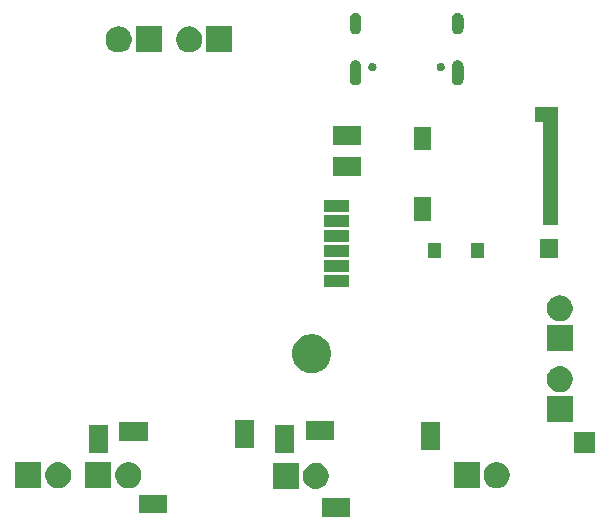
<source format=gbr>
G04 #@! TF.GenerationSoftware,KiCad,Pcbnew,(5.1.5)-2*
G04 #@! TF.CreationDate,2021-05-19T15:06:28+02:00*
G04 #@! TF.ProjectId,Versie2,56657273-6965-4322-9e6b-696361645f70,rev?*
G04 #@! TF.SameCoordinates,Original*
G04 #@! TF.FileFunction,Soldermask,Bot*
G04 #@! TF.FilePolarity,Negative*
%FSLAX46Y46*%
G04 Gerber Fmt 4.6, Leading zero omitted, Abs format (unit mm)*
G04 Created by KiCad (PCBNEW (5.1.5)-2) date 2021-05-19 15:06:28*
%MOMM*%
%LPD*%
G04 APERTURE LIST*
%ADD10C,0.100000*%
G04 APERTURE END LIST*
D10*
G36*
X94164200Y-94007900D02*
G01*
X91762200Y-94007900D01*
X91762200Y-92405900D01*
X94164200Y-92405900D01*
X94164200Y-94007900D01*
G37*
G36*
X78659800Y-93728500D02*
G01*
X76257800Y-93728500D01*
X76257800Y-92126500D01*
X78659800Y-92126500D01*
X78659800Y-93728500D01*
G37*
G36*
X89812000Y-91640900D02*
G01*
X87610000Y-91640900D01*
X87610000Y-89438900D01*
X89812000Y-89438900D01*
X89812000Y-91640900D01*
G37*
G36*
X91465794Y-89460055D02*
G01*
X91572150Y-89481211D01*
X91772520Y-89564207D01*
X91952844Y-89684695D01*
X92106205Y-89838056D01*
X92226693Y-90018380D01*
X92309689Y-90218751D01*
X92352000Y-90431460D01*
X92352000Y-90648340D01*
X92309689Y-90861049D01*
X92226693Y-91061420D01*
X92106205Y-91241744D01*
X91952844Y-91395105D01*
X91772520Y-91515593D01*
X91572150Y-91598589D01*
X91465794Y-91619745D01*
X91359440Y-91640900D01*
X91142560Y-91640900D01*
X91036206Y-91619745D01*
X90929850Y-91598589D01*
X90829666Y-91557091D01*
X90729480Y-91515593D01*
X90549156Y-91395105D01*
X90395795Y-91241744D01*
X90275307Y-91061420D01*
X90192311Y-90861049D01*
X90150000Y-90648340D01*
X90150000Y-90431460D01*
X90192311Y-90218751D01*
X90275307Y-90018380D01*
X90395795Y-89838056D01*
X90549156Y-89684695D01*
X90729480Y-89564207D01*
X90829666Y-89522709D01*
X90929850Y-89481211D01*
X91036205Y-89460056D01*
X91142560Y-89438900D01*
X91359440Y-89438900D01*
X91465794Y-89460055D01*
G37*
G36*
X75603494Y-89409255D02*
G01*
X75709850Y-89430411D01*
X75810034Y-89471909D01*
X75910220Y-89513407D01*
X76090544Y-89633895D01*
X76243905Y-89787256D01*
X76364393Y-89967580D01*
X76447389Y-90167951D01*
X76489700Y-90380660D01*
X76489700Y-90597540D01*
X76447389Y-90810249D01*
X76364393Y-91010620D01*
X76243905Y-91190944D01*
X76090544Y-91344305D01*
X75910220Y-91464793D01*
X75709850Y-91547789D01*
X75603494Y-91568945D01*
X75497140Y-91590100D01*
X75280260Y-91590100D01*
X75173906Y-91568945D01*
X75067550Y-91547789D01*
X74867180Y-91464793D01*
X74686856Y-91344305D01*
X74533495Y-91190944D01*
X74413007Y-91010620D01*
X74330011Y-90810249D01*
X74287700Y-90597540D01*
X74287700Y-90380660D01*
X74330011Y-90167951D01*
X74413007Y-89967580D01*
X74533495Y-89787256D01*
X74686856Y-89633895D01*
X74867180Y-89513407D01*
X74967366Y-89471909D01*
X75067550Y-89430411D01*
X75173906Y-89409255D01*
X75280260Y-89388100D01*
X75497140Y-89388100D01*
X75603494Y-89409255D01*
G37*
G36*
X73949700Y-91590100D02*
G01*
X71747700Y-91590100D01*
X71747700Y-89388100D01*
X73949700Y-89388100D01*
X73949700Y-91590100D01*
G37*
G36*
X69647194Y-89409255D02*
G01*
X69753550Y-89430411D01*
X69853734Y-89471909D01*
X69953920Y-89513407D01*
X70134244Y-89633895D01*
X70287605Y-89787256D01*
X70408093Y-89967580D01*
X70491089Y-90167951D01*
X70533400Y-90380660D01*
X70533400Y-90597540D01*
X70491089Y-90810249D01*
X70408093Y-91010620D01*
X70287605Y-91190944D01*
X70134244Y-91344305D01*
X69953920Y-91464793D01*
X69753550Y-91547789D01*
X69647194Y-91568945D01*
X69540840Y-91590100D01*
X69323960Y-91590100D01*
X69217606Y-91568945D01*
X69111250Y-91547789D01*
X68910880Y-91464793D01*
X68730556Y-91344305D01*
X68577195Y-91190944D01*
X68456707Y-91010620D01*
X68373711Y-90810249D01*
X68331400Y-90597540D01*
X68331400Y-90380660D01*
X68373711Y-90167951D01*
X68456707Y-89967580D01*
X68577195Y-89787256D01*
X68730556Y-89633895D01*
X68910880Y-89513407D01*
X69011066Y-89471909D01*
X69111250Y-89430411D01*
X69217606Y-89409255D01*
X69323960Y-89388100D01*
X69540840Y-89388100D01*
X69647194Y-89409255D01*
G37*
G36*
X67993400Y-91590100D02*
G01*
X65791400Y-91590100D01*
X65791400Y-89388100D01*
X67993400Y-89388100D01*
X67993400Y-91590100D01*
G37*
G36*
X105115500Y-91577400D02*
G01*
X102913500Y-91577400D01*
X102913500Y-89375400D01*
X105115500Y-89375400D01*
X105115500Y-91577400D01*
G37*
G36*
X106726786Y-89388100D02*
G01*
X106875650Y-89417711D01*
X106906310Y-89430411D01*
X107076020Y-89500707D01*
X107256344Y-89621195D01*
X107409705Y-89774556D01*
X107530193Y-89954880D01*
X107613189Y-90155251D01*
X107655500Y-90367960D01*
X107655500Y-90584840D01*
X107613189Y-90797549D01*
X107530193Y-90997920D01*
X107409705Y-91178244D01*
X107256344Y-91331605D01*
X107076020Y-91452093D01*
X107045359Y-91464793D01*
X106875650Y-91535089D01*
X106811803Y-91547789D01*
X106662940Y-91577400D01*
X106446060Y-91577400D01*
X106297197Y-91547789D01*
X106233350Y-91535089D01*
X106063641Y-91464793D01*
X106032980Y-91452093D01*
X105852656Y-91331605D01*
X105699295Y-91178244D01*
X105578807Y-90997920D01*
X105495811Y-90797549D01*
X105453500Y-90584840D01*
X105453500Y-90367960D01*
X105495811Y-90155251D01*
X105578807Y-89954880D01*
X105699295Y-89774556D01*
X105852656Y-89621195D01*
X106032980Y-89500707D01*
X106202690Y-89430411D01*
X106233350Y-89417711D01*
X106382214Y-89388100D01*
X106446060Y-89375400D01*
X106662940Y-89375400D01*
X106726786Y-89388100D01*
G37*
G36*
X114896200Y-88632600D02*
G01*
X113094200Y-88632600D01*
X113094200Y-86830600D01*
X114896200Y-86830600D01*
X114896200Y-88632600D01*
G37*
G36*
X89410400Y-88631700D02*
G01*
X87808400Y-88631700D01*
X87808400Y-86229700D01*
X89410400Y-86229700D01*
X89410400Y-88631700D01*
G37*
G36*
X73662400Y-88601700D02*
G01*
X72060400Y-88601700D01*
X72060400Y-86199700D01*
X73662400Y-86199700D01*
X73662400Y-88601700D01*
G37*
G36*
X101742100Y-88390400D02*
G01*
X100140100Y-88390400D01*
X100140100Y-85988400D01*
X101742100Y-85988400D01*
X101742100Y-88390400D01*
G37*
G36*
X86032200Y-88195300D02*
G01*
X84430200Y-88195300D01*
X84430200Y-85793300D01*
X86032200Y-85793300D01*
X86032200Y-88195300D01*
G37*
G36*
X77008800Y-87556300D02*
G01*
X74606800Y-87556300D01*
X74606800Y-85954300D01*
X77008800Y-85954300D01*
X77008800Y-87556300D01*
G37*
G36*
X92807600Y-87480100D02*
G01*
X90405600Y-87480100D01*
X90405600Y-85878100D01*
X92807600Y-85878100D01*
X92807600Y-87480100D01*
G37*
G36*
X113001000Y-86001000D02*
G01*
X110799000Y-86001000D01*
X110799000Y-83799000D01*
X113001000Y-83799000D01*
X113001000Y-86001000D01*
G37*
G36*
X112114795Y-81280156D02*
G01*
X112221150Y-81301311D01*
X112421520Y-81384307D01*
X112601844Y-81504795D01*
X112755205Y-81658156D01*
X112875693Y-81838480D01*
X112958689Y-82038851D01*
X113001000Y-82251560D01*
X113001000Y-82468440D01*
X112958689Y-82681149D01*
X112875693Y-82881520D01*
X112755205Y-83061844D01*
X112601844Y-83215205D01*
X112421520Y-83335693D01*
X112221150Y-83418689D01*
X112114795Y-83439844D01*
X112008440Y-83461000D01*
X111791560Y-83461000D01*
X111685205Y-83439844D01*
X111578850Y-83418689D01*
X111378480Y-83335693D01*
X111198156Y-83215205D01*
X111044795Y-83061844D01*
X110924307Y-82881520D01*
X110841311Y-82681149D01*
X110799000Y-82468440D01*
X110799000Y-82251560D01*
X110841311Y-82038851D01*
X110924307Y-81838480D01*
X111044795Y-81658156D01*
X111198156Y-81504795D01*
X111378480Y-81384307D01*
X111578850Y-81301311D01*
X111685205Y-81280156D01*
X111791560Y-81259000D01*
X112008440Y-81259000D01*
X112114795Y-81280156D01*
G37*
G36*
X91275256Y-78591298D02*
G01*
X91381579Y-78612447D01*
X91682042Y-78736903D01*
X91952451Y-78917585D01*
X92182415Y-79147549D01*
X92182416Y-79147551D01*
X92363098Y-79417960D01*
X92487553Y-79718422D01*
X92543762Y-80001000D01*
X92551000Y-80037391D01*
X92551000Y-80362609D01*
X92487553Y-80681579D01*
X92363097Y-80982042D01*
X92182415Y-81252451D01*
X91952451Y-81482415D01*
X91682042Y-81663097D01*
X91381579Y-81787553D01*
X91275256Y-81808702D01*
X91062611Y-81851000D01*
X90737389Y-81851000D01*
X90524744Y-81808702D01*
X90418421Y-81787553D01*
X90117958Y-81663097D01*
X89847549Y-81482415D01*
X89617585Y-81252451D01*
X89436903Y-80982042D01*
X89312447Y-80681579D01*
X89249000Y-80362609D01*
X89249000Y-80037391D01*
X89256239Y-80001000D01*
X89312447Y-79718422D01*
X89436902Y-79417960D01*
X89617584Y-79147551D01*
X89617585Y-79147549D01*
X89847549Y-78917585D01*
X90117958Y-78736903D01*
X90418421Y-78612447D01*
X90524744Y-78591298D01*
X90737389Y-78549000D01*
X91062611Y-78549000D01*
X91275256Y-78591298D01*
G37*
G36*
X113001000Y-80001000D02*
G01*
X110799000Y-80001000D01*
X110799000Y-77799000D01*
X113001000Y-77799000D01*
X113001000Y-80001000D01*
G37*
G36*
X112114795Y-75280156D02*
G01*
X112221150Y-75301311D01*
X112321334Y-75342809D01*
X112421520Y-75384307D01*
X112601844Y-75504795D01*
X112755205Y-75658156D01*
X112875693Y-75838480D01*
X112958689Y-76038851D01*
X113001000Y-76251560D01*
X113001000Y-76468440D01*
X112958689Y-76681149D01*
X112875693Y-76881520D01*
X112755205Y-77061844D01*
X112601844Y-77215205D01*
X112421520Y-77335693D01*
X112321334Y-77377191D01*
X112221150Y-77418689D01*
X112114794Y-77439845D01*
X112008440Y-77461000D01*
X111791560Y-77461000D01*
X111685206Y-77439845D01*
X111578850Y-77418689D01*
X111478666Y-77377191D01*
X111378480Y-77335693D01*
X111198156Y-77215205D01*
X111044795Y-77061844D01*
X110924307Y-76881520D01*
X110841311Y-76681149D01*
X110799000Y-76468440D01*
X110799000Y-76251560D01*
X110841311Y-76038851D01*
X110924307Y-75838480D01*
X111044795Y-75658156D01*
X111198156Y-75504795D01*
X111378480Y-75384307D01*
X111478666Y-75342809D01*
X111578850Y-75301311D01*
X111685205Y-75280156D01*
X111791560Y-75259000D01*
X112008440Y-75259000D01*
X112114795Y-75280156D01*
G37*
G36*
X94078500Y-74567400D02*
G01*
X91976500Y-74567400D01*
X91976500Y-73565400D01*
X94078500Y-73565400D01*
X94078500Y-74567400D01*
G37*
G36*
X94078500Y-73297400D02*
G01*
X91976500Y-73297400D01*
X91976500Y-72295400D01*
X94078500Y-72295400D01*
X94078500Y-73297400D01*
G37*
G36*
X105515000Y-72100800D02*
G01*
X104413000Y-72100800D01*
X104413000Y-70798800D01*
X105515000Y-70798800D01*
X105515000Y-72100800D01*
G37*
G36*
X101815000Y-72100800D02*
G01*
X100713000Y-72100800D01*
X100713000Y-70798800D01*
X101815000Y-70798800D01*
X101815000Y-72100800D01*
G37*
G36*
X111715000Y-72100800D02*
G01*
X110263000Y-72100800D01*
X110263000Y-70448800D01*
X111715000Y-70448800D01*
X111715000Y-72100800D01*
G37*
G36*
X94078500Y-72027400D02*
G01*
X91976500Y-72027400D01*
X91976500Y-71025400D01*
X94078500Y-71025400D01*
X94078500Y-72027400D01*
G37*
G36*
X94078500Y-70757400D02*
G01*
X91976500Y-70757400D01*
X91976500Y-69755400D01*
X94078500Y-69755400D01*
X94078500Y-70757400D01*
G37*
G36*
X94078500Y-69487400D02*
G01*
X91976500Y-69487400D01*
X91976500Y-68485400D01*
X94078500Y-68485400D01*
X94078500Y-69487400D01*
G37*
G36*
X111715000Y-69290800D02*
G01*
X110513000Y-69290800D01*
X110513000Y-60715799D01*
X110510598Y-60691413D01*
X110503485Y-60667964D01*
X110491934Y-60646353D01*
X110476389Y-60627411D01*
X110457447Y-60611866D01*
X110435836Y-60600315D01*
X110412387Y-60593202D01*
X110388001Y-60590800D01*
X109813000Y-60590800D01*
X109813000Y-59318800D01*
X111715000Y-59318800D01*
X111715000Y-69290800D01*
G37*
G36*
X101015000Y-68950800D02*
G01*
X99563000Y-68950800D01*
X99563000Y-66948800D01*
X101015000Y-66948800D01*
X101015000Y-68950800D01*
G37*
G36*
X94078500Y-68217400D02*
G01*
X91976500Y-68217400D01*
X91976500Y-67215400D01*
X94078500Y-67215400D01*
X94078500Y-68217400D01*
G37*
G36*
X95092100Y-65126500D02*
G01*
X92690100Y-65126500D01*
X92690100Y-63524500D01*
X95092100Y-63524500D01*
X95092100Y-65126500D01*
G37*
G36*
X101015000Y-62980800D02*
G01*
X99563000Y-62980800D01*
X99563000Y-60978800D01*
X101015000Y-60978800D01*
X101015000Y-62980800D01*
G37*
G36*
X95089800Y-62548400D02*
G01*
X92687800Y-62548400D01*
X92687800Y-60946400D01*
X95089800Y-60946400D01*
X95089800Y-62548400D01*
G37*
G36*
X94711213Y-55369249D02*
G01*
X94805652Y-55397897D01*
X94892687Y-55444418D01*
X94968975Y-55507025D01*
X95031582Y-55583313D01*
X95078103Y-55670348D01*
X95106751Y-55764787D01*
X95114000Y-55838388D01*
X95114000Y-56987612D01*
X95106751Y-57061213D01*
X95078103Y-57155652D01*
X95031582Y-57242687D01*
X94968975Y-57318975D01*
X94892687Y-57381582D01*
X94805651Y-57428103D01*
X94711212Y-57456751D01*
X94613000Y-57466424D01*
X94514787Y-57456751D01*
X94420348Y-57428103D01*
X94333313Y-57381582D01*
X94257025Y-57318975D01*
X94194418Y-57242687D01*
X94147897Y-57155651D01*
X94119249Y-57061212D01*
X94112000Y-56987611D01*
X94112001Y-55838388D01*
X94119250Y-55764787D01*
X94147898Y-55670348D01*
X94194419Y-55583313D01*
X94257026Y-55507025D01*
X94333314Y-55444418D01*
X94420349Y-55397897D01*
X94514788Y-55369249D01*
X94613000Y-55359576D01*
X94711213Y-55369249D01*
G37*
G36*
X103351213Y-55369249D02*
G01*
X103445652Y-55397897D01*
X103532687Y-55444418D01*
X103608975Y-55507025D01*
X103671582Y-55583313D01*
X103718103Y-55670348D01*
X103746751Y-55764787D01*
X103754000Y-55838388D01*
X103754000Y-56987612D01*
X103746751Y-57061213D01*
X103718103Y-57155652D01*
X103671582Y-57242687D01*
X103608975Y-57318975D01*
X103532687Y-57381582D01*
X103445651Y-57428103D01*
X103351212Y-57456751D01*
X103253000Y-57466424D01*
X103154787Y-57456751D01*
X103060348Y-57428103D01*
X102973313Y-57381582D01*
X102897025Y-57318975D01*
X102834418Y-57242687D01*
X102787897Y-57155651D01*
X102759249Y-57061212D01*
X102752000Y-56987611D01*
X102752001Y-55838388D01*
X102759250Y-55764787D01*
X102787898Y-55670348D01*
X102834419Y-55583313D01*
X102897026Y-55507025D01*
X102973314Y-55444418D01*
X103060349Y-55397897D01*
X103154788Y-55369249D01*
X103253000Y-55359576D01*
X103351213Y-55369249D01*
G37*
G36*
X101925383Y-55595489D02*
G01*
X101925386Y-55595490D01*
X101925385Y-55595490D01*
X101989258Y-55621946D01*
X102046748Y-55660360D01*
X102095640Y-55709252D01*
X102134054Y-55766742D01*
X102155624Y-55818818D01*
X102160511Y-55830617D01*
X102174000Y-55898430D01*
X102174000Y-55967570D01*
X102160511Y-56035383D01*
X102160510Y-56035385D01*
X102134054Y-56099258D01*
X102095640Y-56156748D01*
X102046748Y-56205640D01*
X101989258Y-56244054D01*
X101937182Y-56265624D01*
X101925383Y-56270511D01*
X101857570Y-56284000D01*
X101788430Y-56284000D01*
X101720617Y-56270511D01*
X101708818Y-56265624D01*
X101656742Y-56244054D01*
X101599252Y-56205640D01*
X101550360Y-56156748D01*
X101511946Y-56099258D01*
X101485490Y-56035385D01*
X101485489Y-56035383D01*
X101472000Y-55967570D01*
X101472000Y-55898430D01*
X101485489Y-55830617D01*
X101490376Y-55818818D01*
X101511946Y-55766742D01*
X101550360Y-55709252D01*
X101599252Y-55660360D01*
X101656742Y-55621946D01*
X101720615Y-55595490D01*
X101720614Y-55595490D01*
X101720617Y-55595489D01*
X101788430Y-55582000D01*
X101857570Y-55582000D01*
X101925383Y-55595489D01*
G37*
G36*
X96145383Y-55595489D02*
G01*
X96145386Y-55595490D01*
X96145385Y-55595490D01*
X96209258Y-55621946D01*
X96266748Y-55660360D01*
X96315640Y-55709252D01*
X96354054Y-55766742D01*
X96375624Y-55818818D01*
X96380511Y-55830617D01*
X96394000Y-55898430D01*
X96394000Y-55967570D01*
X96380511Y-56035383D01*
X96380510Y-56035385D01*
X96354054Y-56099258D01*
X96315640Y-56156748D01*
X96266748Y-56205640D01*
X96209258Y-56244054D01*
X96157182Y-56265624D01*
X96145383Y-56270511D01*
X96077570Y-56284000D01*
X96008430Y-56284000D01*
X95940617Y-56270511D01*
X95928818Y-56265624D01*
X95876742Y-56244054D01*
X95819252Y-56205640D01*
X95770360Y-56156748D01*
X95731946Y-56099258D01*
X95705490Y-56035385D01*
X95705489Y-56035383D01*
X95692000Y-55967570D01*
X95692000Y-55898430D01*
X95705489Y-55830617D01*
X95710376Y-55818818D01*
X95731946Y-55766742D01*
X95770360Y-55709252D01*
X95819252Y-55660360D01*
X95876742Y-55621946D01*
X95940615Y-55595490D01*
X95940614Y-55595490D01*
X95940617Y-55595489D01*
X96008430Y-55582000D01*
X96077570Y-55582000D01*
X96145383Y-55595489D01*
G37*
G36*
X84159000Y-54695000D02*
G01*
X81957000Y-54695000D01*
X81957000Y-52493000D01*
X84159000Y-52493000D01*
X84159000Y-54695000D01*
G37*
G36*
X74763794Y-52514155D02*
G01*
X74870150Y-52535311D01*
X74970334Y-52576809D01*
X75070520Y-52618307D01*
X75250844Y-52738795D01*
X75404205Y-52892156D01*
X75524693Y-53072480D01*
X75607689Y-53272851D01*
X75650000Y-53485560D01*
X75650000Y-53702440D01*
X75607689Y-53915149D01*
X75524693Y-54115520D01*
X75404205Y-54295844D01*
X75250844Y-54449205D01*
X75070520Y-54569693D01*
X74970334Y-54611191D01*
X74870150Y-54652689D01*
X74763795Y-54673844D01*
X74657440Y-54695000D01*
X74440560Y-54695000D01*
X74334205Y-54673844D01*
X74227850Y-54652689D01*
X74027480Y-54569693D01*
X73847156Y-54449205D01*
X73693795Y-54295844D01*
X73573307Y-54115520D01*
X73490311Y-53915149D01*
X73448000Y-53702440D01*
X73448000Y-53485560D01*
X73490311Y-53272851D01*
X73573307Y-53072480D01*
X73693795Y-52892156D01*
X73847156Y-52738795D01*
X74027480Y-52618307D01*
X74227850Y-52535311D01*
X74334206Y-52514155D01*
X74440560Y-52493000D01*
X74657440Y-52493000D01*
X74763794Y-52514155D01*
G37*
G36*
X78190000Y-54695000D02*
G01*
X75988000Y-54695000D01*
X75988000Y-52493000D01*
X78190000Y-52493000D01*
X78190000Y-54695000D01*
G37*
G36*
X80732794Y-52514155D02*
G01*
X80839150Y-52535311D01*
X80939334Y-52576809D01*
X81039520Y-52618307D01*
X81219844Y-52738795D01*
X81373205Y-52892156D01*
X81493693Y-53072480D01*
X81576689Y-53272851D01*
X81619000Y-53485560D01*
X81619000Y-53702440D01*
X81576689Y-53915149D01*
X81493693Y-54115520D01*
X81373205Y-54295844D01*
X81219844Y-54449205D01*
X81039520Y-54569693D01*
X80939334Y-54611191D01*
X80839150Y-54652689D01*
X80732795Y-54673844D01*
X80626440Y-54695000D01*
X80409560Y-54695000D01*
X80303205Y-54673844D01*
X80196850Y-54652689D01*
X79996480Y-54569693D01*
X79816156Y-54449205D01*
X79662795Y-54295844D01*
X79542307Y-54115520D01*
X79459311Y-53915149D01*
X79417000Y-53702440D01*
X79417000Y-53485560D01*
X79459311Y-53272851D01*
X79542307Y-53072480D01*
X79662795Y-52892156D01*
X79816156Y-52738795D01*
X79996480Y-52618307D01*
X80196850Y-52535311D01*
X80303206Y-52514155D01*
X80409560Y-52493000D01*
X80626440Y-52493000D01*
X80732794Y-52514155D01*
G37*
G36*
X103351213Y-51349249D02*
G01*
X103445652Y-51377897D01*
X103532687Y-51424418D01*
X103608975Y-51487025D01*
X103671582Y-51563313D01*
X103718103Y-51650348D01*
X103746751Y-51744787D01*
X103754000Y-51818388D01*
X103754000Y-52667612D01*
X103746751Y-52741213D01*
X103718103Y-52835652D01*
X103671582Y-52922687D01*
X103608975Y-52998975D01*
X103532687Y-53061582D01*
X103445651Y-53108103D01*
X103351212Y-53136751D01*
X103253000Y-53146424D01*
X103154787Y-53136751D01*
X103060348Y-53108103D01*
X102973313Y-53061582D01*
X102897025Y-52998975D01*
X102834418Y-52922687D01*
X102787897Y-52835651D01*
X102759249Y-52741212D01*
X102752000Y-52667611D01*
X102752000Y-51818398D01*
X102759250Y-51744786D01*
X102769846Y-51709856D01*
X102787898Y-51650348D01*
X102834419Y-51563313D01*
X102897026Y-51487025D01*
X102973314Y-51424418D01*
X103060349Y-51377897D01*
X103154788Y-51349249D01*
X103253000Y-51339576D01*
X103351213Y-51349249D01*
G37*
G36*
X94711213Y-51349249D02*
G01*
X94805652Y-51377897D01*
X94892687Y-51424418D01*
X94968975Y-51487025D01*
X95031582Y-51563313D01*
X95078103Y-51650348D01*
X95106751Y-51744787D01*
X95114000Y-51818388D01*
X95114000Y-52667612D01*
X95106751Y-52741213D01*
X95078103Y-52835652D01*
X95031582Y-52922687D01*
X94968975Y-52998975D01*
X94892687Y-53061582D01*
X94805651Y-53108103D01*
X94711212Y-53136751D01*
X94613000Y-53146424D01*
X94514787Y-53136751D01*
X94420348Y-53108103D01*
X94333313Y-53061582D01*
X94257025Y-52998975D01*
X94194418Y-52922687D01*
X94147897Y-52835651D01*
X94119249Y-52741212D01*
X94112000Y-52667611D01*
X94112000Y-51818398D01*
X94119250Y-51744786D01*
X94129846Y-51709856D01*
X94147898Y-51650348D01*
X94194419Y-51563313D01*
X94257026Y-51487025D01*
X94333314Y-51424418D01*
X94420349Y-51377897D01*
X94514788Y-51349249D01*
X94613000Y-51339576D01*
X94711213Y-51349249D01*
G37*
M02*

</source>
